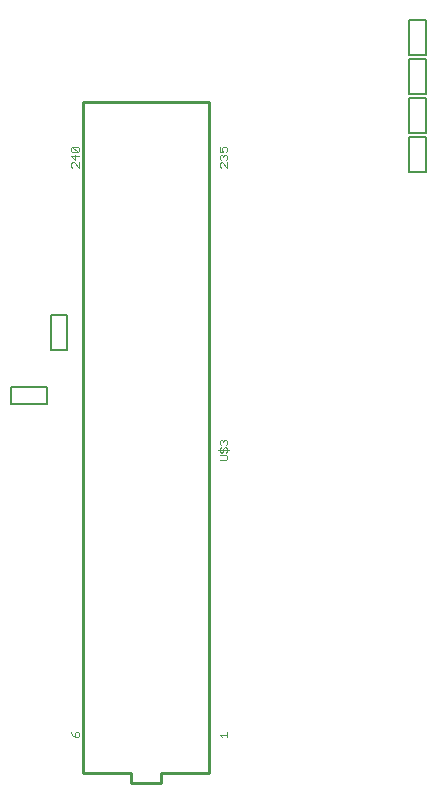
<source format=gto>
G75*
%MOIN*%
%OFA0B0*%
%FSLAX24Y24*%
%IPPOS*%
%LPD*%
%AMOC8*
5,1,8,0,0,1.08239X$1,22.5*
%
%ADD10C,0.0100*%
%ADD11C,0.0010*%
%ADD12C,0.0050*%
D10*
X026727Y005152D02*
X026727Y027512D01*
X030907Y027512D01*
X030907Y005152D01*
X029317Y005152D01*
X029317Y004802D01*
X028317Y004802D01*
X028317Y005152D01*
X026727Y005152D01*
D11*
X026543Y006333D02*
X026587Y006378D01*
X026587Y006466D01*
X026543Y006510D01*
X026499Y006510D01*
X026454Y006466D01*
X026454Y006333D01*
X026543Y006333D01*
X026454Y006333D02*
X026366Y006422D01*
X026321Y006510D01*
X031271Y006422D02*
X031537Y006422D01*
X031537Y006510D02*
X031537Y006333D01*
X031360Y006333D02*
X031271Y006422D01*
X031271Y015576D02*
X031493Y015576D01*
X031537Y015620D01*
X031537Y015709D01*
X031493Y015753D01*
X031271Y015753D01*
X031316Y015830D02*
X031271Y015874D01*
X031271Y015962D01*
X031316Y016007D01*
X031316Y016083D02*
X031271Y016128D01*
X031271Y016216D01*
X031316Y016260D01*
X031360Y016260D01*
X031404Y016216D01*
X031449Y016260D01*
X031493Y016260D01*
X031537Y016216D01*
X031537Y016128D01*
X031493Y016083D01*
X031493Y016007D02*
X031449Y016007D01*
X031404Y015962D01*
X031404Y015874D01*
X031360Y015830D01*
X031316Y015830D01*
X031227Y015918D02*
X031582Y015918D01*
X031537Y015874D02*
X031537Y015962D01*
X031493Y016007D01*
X031537Y015874D02*
X031493Y015830D01*
X031404Y016172D02*
X031404Y016216D01*
X031316Y025326D02*
X031271Y025370D01*
X031271Y025459D01*
X031316Y025503D01*
X031360Y025503D01*
X031537Y025326D01*
X031537Y025503D01*
X031493Y025580D02*
X031537Y025624D01*
X031537Y025712D01*
X031493Y025757D01*
X031449Y025757D01*
X031404Y025712D01*
X031404Y025668D01*
X031404Y025712D02*
X031360Y025757D01*
X031316Y025757D01*
X031271Y025712D01*
X031271Y025624D01*
X031316Y025580D01*
X031271Y025833D02*
X031404Y025833D01*
X031360Y025922D01*
X031360Y025966D01*
X031404Y026010D01*
X031493Y026010D01*
X031537Y025966D01*
X031537Y025878D01*
X031493Y025833D01*
X031271Y025833D02*
X031271Y026010D01*
X026587Y025966D02*
X026587Y025878D01*
X026543Y025833D01*
X026366Y026010D01*
X026543Y026010D01*
X026587Y025966D01*
X026543Y025833D02*
X026366Y025833D01*
X026321Y025878D01*
X026321Y025966D01*
X026366Y026010D01*
X026454Y025757D02*
X026454Y025580D01*
X026321Y025712D01*
X026587Y025712D01*
X026587Y025503D02*
X026587Y025326D01*
X026410Y025503D01*
X026366Y025503D01*
X026321Y025459D01*
X026321Y025370D01*
X026366Y025326D01*
D12*
X025507Y017446D02*
X024326Y017446D01*
X024326Y017998D01*
X025507Y017998D01*
X025507Y017446D01*
X025641Y019231D02*
X025641Y020413D01*
X026192Y020413D01*
X026192Y019231D01*
X025641Y019231D01*
X037591Y025181D02*
X037591Y026363D01*
X038142Y026363D01*
X038142Y025181D01*
X037591Y025181D01*
X037591Y026481D02*
X037591Y027663D01*
X038142Y027663D01*
X038142Y026481D01*
X037591Y026481D01*
X037591Y027781D02*
X037591Y028963D01*
X038142Y028963D01*
X038142Y027781D01*
X037591Y027781D01*
X037591Y029081D02*
X037591Y030263D01*
X038142Y030263D01*
X038142Y029081D01*
X037591Y029081D01*
M02*

</source>
